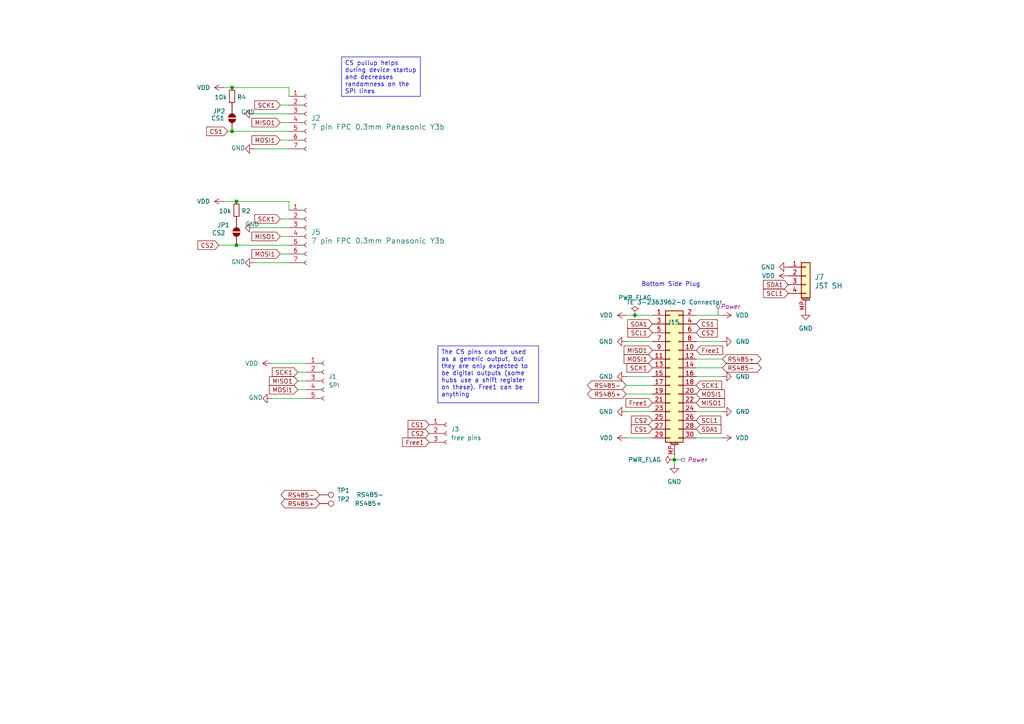
<source format=kicad_sch>
(kicad_sch (version 20231120) (generator "eeschema") (generator_version "8.0")
  (paper "A4")
  (lib_symbols
    (symbol "Connector:Conn_01x03_Socket" (pin_names (offset 1.016) hide)
      (property "Reference" "J" (at 0 5.08 0))
      (property "Value" "Conn_01x03_Socket" (at 0 -5.08 0))
      (symbol "Conn_01x03_Socket_1_1"
        (arc (start 0 -2.032) (mid -0.5058 -2.54) (end 0 -3.048) (stroke (width 0.1524)))
        (polyline (pts (xy -1.27 -2.54) (xy -0.508 -2.54)) (stroke (width 0.1524)))
        (polyline (pts (xy -1.27 0) (xy -0.508 0)) (stroke (width 0.1524)))
        (polyline (pts (xy -1.27 2.54) (xy -0.508 2.54)) (stroke (width 0.1524)))
        (arc (start 0 0.508) (mid -0.5058 0) (end 0 -0.508) (stroke (width 0.1524)))
        (arc (start 0 3.048) (mid -0.5058 2.54) (end 0 2.032) (stroke (width 0.1524)))
        (pin passive line (at -5.08 2.54 0) (length 3.81) (name "Pin_1") (number "1"))
        (pin passive line (at -5.08 0 0) (length 3.81) (name "Pin_2") (number "2"))
        (pin passive line (at -5.08 -2.54 0) (length 3.81) (name "Pin_3") (number "3"))
      )
    )
    (symbol "Connector:Conn_01x05_Socket" (pin_names (offset 1.016) hide)
      (property "Reference" "J" (at 0 7.62 0))
      (property "Value" "Conn_01x05_Socket" (at 0 -7.62 0))
      (symbol "Conn_01x05_Socket_1_1"
        (arc (start 0 -4.572) (mid -0.5058 -5.08) (end 0 -5.588) (stroke (width 0.1524)))
        (arc (start 0 -2.032) (mid -0.5058 -2.54) (end 0 -3.048) (stroke (width 0.1524)))
        (polyline (pts (xy -1.27 -5.08) (xy -0.508 -5.08)) (stroke (width 0.1524)))
        (polyline (pts (xy -1.27 -2.54) (xy -0.508 -2.54)) (stroke (width 0.1524)))
        (polyline (pts (xy -1.27 0) (xy -0.508 0)) (stroke (width 0.1524)))
        (polyline (pts (xy -1.27 2.54) (xy -0.508 2.54)) (stroke (width 0.1524)))
        (polyline (pts (xy -1.27 5.08) (xy -0.508 5.08)) (stroke (width 0.1524)))
        (arc (start 0 0.508) (mid -0.5058 0) (end 0 -0.508) (stroke (width 0.1524)))
        (arc (start 0 3.048) (mid -0.5058 2.54) (end 0 2.032) (stroke (width 0.1524)))
        (arc (start 0 5.588) (mid -0.5058 5.08) (end 0 4.572) (stroke (width 0.1524)))
        (pin passive line (at -5.08 5.08 0) (length 3.81) (name "Pin_1") (number "1"))
        (pin passive line (at -5.08 2.54 0) (length 3.81) (name "Pin_2") (number "2"))
        (pin passive line (at -5.08 0 0) (length 3.81) (name "Pin_3") (number "3"))
        (pin passive line (at -5.08 -2.54 0) (length 3.81) (name "Pin_4") (number "4"))
        (pin passive line (at -5.08 -5.08 0) (length 3.81) (name "Pin_5") (number "5"))
      )
    )
    (symbol "Connector:Conn_01x07_Socket" (pin_names (offset 1.016) hide)
      (property "Reference" "J" (at 0 10.16 0))
      (property "Value" "Conn_01x07_Socket" (at 0 -10.16 0))
      (symbol "Conn_01x07_Socket_1_1"
        (arc (start 0 -7.112) (mid -0.5058 -7.62) (end 0 -8.128) (stroke (width 0.1524)))
        (arc (start 0 -4.572) (mid -0.5058 -5.08) (end 0 -5.588) (stroke (width 0.1524)))
        (arc (start 0 -2.032) (mid -0.5058 -2.54) (end 0 -3.048) (stroke (width 0.1524)))
        (polyline (pts (xy -1.27 -7.62) (xy -0.508 -7.62)) (stroke (width 0.1524)))
        (polyline (pts (xy -1.27 -5.08) (xy -0.508 -5.08)) (stroke (width 0.1524)))
        (polyline (pts (xy -1.27 -2.54) (xy -0.508 -2.54)) (stroke (width 0.1524)))
        (polyline (pts (xy -1.27 0) (xy -0.508 0)) (stroke (width 0.1524)))
        (polyline (pts (xy -1.27 2.54) (xy -0.508 2.54)) (stroke (width 0.1524)))
        (polyline (pts (xy -1.27 5.08) (xy -0.508 5.08)) (stroke (width 0.1524)))
        (polyline (pts (xy -1.27 7.62) (xy -0.508 7.62)) (stroke (width 0.1524)))
        (arc (start 0 0.508) (mid -0.5058 0) (end 0 -0.508) (stroke (width 0.1524)))
        (arc (start 0 3.048) (mid -0.5058 2.54) (end 0 2.032) (stroke (width 0.1524)))
        (arc (start 0 5.588) (mid -0.5058 5.08) (end 0 4.572) (stroke (width 0.1524)))
        (arc (start 0 8.128) (mid -0.5058 7.62) (end 0 7.112) (stroke (width 0.1524)))
        (pin passive line (at -5.08 7.62 0) (length 3.81) (name "Pin_1") (number "1"))
        (pin passive line (at -5.08 5.08 0) (length 3.81) (name "Pin_2") (number "2"))
        (pin passive line (at -5.08 2.54 0) (length 3.81) (name "Pin_3") (number "3"))
        (pin passive line (at -5.08 0 0) (length 3.81) (name "Pin_4") (number "4"))
        (pin passive line (at -5.08 -2.54 0) (length 3.81) (name "Pin_5") (number "5"))
        (pin passive line (at -5.08 -5.08 0) (length 3.81) (name "Pin_6") (number "6"))
        (pin passive line (at -5.08 -7.62 0) (length 3.81) (name "Pin_7") (number "7"))
      )
    )
    (symbol "Connector:TestPoint" (pin_numbers hide) (pin_names (offset 0.762) hide)
      (property "Reference" "TP" (at 0 6.858 0))
      (property "Value" "TestPoint" (at 0 5.08 0))
      (symbol "TestPoint_0_1"
        (circle (center 0 3.302) (radius 0.762))
      )
      (symbol "TestPoint_1_1"
        (pin passive line (at 0 0 90) (length 2.54) (name "1") (number "1"))
      )
    )
    (symbol "Connector_Generic_MountingPin:Conn_01x04_MountingPin" (pin_names (offset 1.016) hide)
      (property "Reference" "J" (at 0 5.08 0))
      (property "Value" "Conn_01x04_MountingPin" (at 1.27 -7.62 0))
      (symbol "Conn_01x04_MountingPin_1_1"
        (rectangle (start -1.27 -4.953) (end 0 -5.207) (stroke (width 0.1524)))
        (rectangle (start -1.27 -2.413) (end 0 -2.667) (stroke (width 0.1524)))
        (rectangle (start -1.27 0.127) (end 0 -0.127) (stroke (width 0.1524)))
        (rectangle (start -1.27 2.667) (end 0 2.413) (stroke (width 0.1524)))
        (rectangle (start -1.27 3.81) (end 1.27 -6.35) (stroke (width 0.254)) (fill (type background)))
        (polyline (pts (xy -1.016 -7.112) (xy 1.016 -7.112)) (stroke (width 0.1524)))
        (text "Mounting" (at 0 -6.731 0) (effects (font (size 0.381 0.381))))
        (pin passive line (at -5.08 2.54 0) (length 3.81) (name "Pin_1") (number "1"))
        (pin passive line (at -5.08 0 0) (length 3.81) (name "Pin_2") (number "2"))
        (pin passive line (at -5.08 -2.54 0) (length 3.81) (name "Pin_3") (number "3"))
        (pin passive line (at -5.08 -5.08 0) (length 3.81) (name "Pin_4") (number "4"))
        (pin passive line (at 0 -10.16 90) (length 3.048) (name "MountPin") (number "MP"))
      )
    )
    (symbol "Connector_Generic_MountingPin:Conn_02x15_Odd_Even_MountingPin" (pin_names (offset 1.016) hide)
      (property "Reference" "J" (at 1.27 20.32 0))
      (property "Value" "Conn_02x15_Odd_Even_MountingPin" (at 2.54 -20.32 0))
      (symbol "Conn_02x15_Odd_Even_MountingPin_1_1"
        (rectangle (start -1.27 -17.653) (end 0 -17.907) (stroke (width 0.1524)))
        (rectangle (start -1.27 -15.113) (end 0 -15.367) (stroke (width 0.1524)))
        (rectangle (start -1.27 -12.573) (end 0 -12.827) (stroke (width 0.1524)))
        (rectangle (start -1.27 -10.033) (end 0 -10.287) (stroke (width 0.1524)))
        (rectangle (start -1.27 -7.493) (end 0 -7.747) (stroke (width 0.1524)))
        (rectangle (start -1.27 -4.953) (end 0 -5.207) (stroke (width 0.1524)))
        (rectangle (start -1.27 -2.413) (end 0 -2.667) (stroke (width 0.1524)))
        (rectangle (start -1.27 0.127) (end 0 -0.127) (stroke (width 0.1524)))
        (rectangle (start -1.27 2.667) (end 0 2.413) (stroke (width 0.1524)))
        (rectangle (start -1.27 5.207) (end 0 4.953) (stroke (width 0.1524)))
        (rectangle (start -1.27 7.747) (end 0 7.493) (stroke (width 0.1524)))
        (rectangle (start -1.27 10.287) (end 0 10.033) (stroke (width 0.1524)))
        (rectangle (start -1.27 12.827) (end 0 12.573) (stroke (width 0.1524)))
        (rectangle (start -1.27 15.367) (end 0 15.113) (stroke (width 0.1524)))
        (rectangle (start -1.27 17.907) (end 0 17.653) (stroke (width 0.1524)))
        (rectangle (start -1.27 19.05) (end 3.81 -19.05) (stroke (width 0.254)) (fill (type background)))
        (polyline (pts (xy 0.254 -19.812) (xy 2.286 -19.812)) (stroke (width 0.1524)))
        (rectangle (start 3.81 -17.653) (end 2.54 -17.907) (stroke (width 0.1524)))
        (rectangle (start 3.81 -15.113) (end 2.54 -15.367) (stroke (width 0.1524)))
        (rectangle (start 3.81 -12.573) (end 2.54 -12.827) (stroke (width 0.1524)))
        (rectangle (start 3.81 -10.033) (end 2.54 -10.287) (stroke (width 0.1524)))
        (rectangle (start 3.81 -7.493) (end 2.54 -7.747) (stroke (width 0.1524)))
        (rectangle (start 3.81 -4.953) (end 2.54 -5.207) (stroke (width 0.1524)))
        (rectangle (start 3.81 -2.413) (end 2.54 -2.667) (stroke (width 0.1524)))
        (rectangle (start 3.81 0.127) (end 2.54 -0.127) (stroke (width 0.1524)))
        (rectangle (start 3.81 2.667) (end 2.54 2.413) (stroke (width 0.1524)))
        (rectangle (start 3.81 5.207) (end 2.54 4.953) (stroke (width 0.1524)))
        (rectangle (start 3.81 7.747) (end 2.54 7.493) (stroke (width 0.1524)))
        (rectangle (start 3.81 10.287) (end 2.54 10.033) (stroke (width 0.1524)))
        (rectangle (start 3.81 12.827) (end 2.54 12.573) (stroke (width 0.1524)))
        (rectangle (start 3.81 15.367) (end 2.54 15.113) (stroke (width 0.1524)))
        (rectangle (start 3.81 17.907) (end 2.54 17.653) (stroke (width 0.1524)))
        (text "Mounting" (at 1.27 -19.431 0) (effects (font (size 0.381 0.381))))
        (pin passive line (at -5.08 17.78 0) (length 3.81) (name "Pin_1") (number "1"))
        (pin passive line (at 7.62 7.62 180) (length 3.81) (name "Pin_10") (number "10"))
        (pin passive line (at -5.08 5.08 0) (length 3.81) (name "Pin_11") (number "11"))
        (pin passive line (at 7.62 5.08 180) (length 3.81) (name "Pin_12") (number "12"))
        (pin passive line (at -5.08 2.54 0) (length 3.81) (name "Pin_13") (number "13"))
        (pin passive line (at 7.62 2.54 180) (length 3.81) (name "Pin_14") (number "14"))
        (pin passive line (at -5.08 0 0) (length 3.81) (name "Pin_15") (number "15"))
        (pin passive line (at 7.62 0 180) (length 3.81) (name "Pin_16") (number "16"))
        (pin passive line (at -5.08 -2.54 0) (length 3.81) (name "Pin_17") (number "17"))
        (pin passive line (at 7.62 -2.54 180) (length 3.81) (name "Pin_18") (number "18"))
        (pin passive line (at -5.08 -5.08 0) (length 3.81) (name "Pin_19") (number "19"))
        (pin passive line (at 7.62 17.78 180) (length 3.81) (name "Pin_2") (number "2"))
        (pin passive line (at 7.62 -5.08 180) (length 3.81) (name "Pin_20") (number "20"))
        (pin passive line (at -5.08 -7.62 0) (length 3.81) (name "Pin_21") (number "21"))
        (pin passive line (at 7.62 -7.62 180) (length 3.81) (name "Pin_22") (number "22"))
        (pin passive line (at -5.08 -10.16 0) (length 3.81) (name "Pin_23") (number "23"))
        (pin passive line (at 7.62 -10.16 180) (length 3.81) (name "Pin_24") (number "24"))
        (pin passive line (at -5.08 -12.7 0) (length 3.81) (name "Pin_25") (number "25"))
        (pin passive line (at 7.62 -12.7 180) (length 3.81) (name "Pin_26") (number "26"))
        (pin passive line (at -5.08 -15.24 0) (length 3.81) (name "Pin_27") (number "27"))
        (pin passive line (at 7.62 -15.24 180) (length 3.81) (name "Pin_28") (number "28"))
        (pin passive line (at -5.08 -17.78 0) (length 3.81) (name "Pin_29") (number "29"))
        (pin passive line (at -5.08 15.24 0) (length 3.81) (name "Pin_3") (number "3"))
        (pin passive line (at 7.62 -17.78 180) (length 3.81) (name "Pin_30") (number "30"))
        (pin passive line (at 7.62 15.24 180) (length 3.81) (name "Pin_4") (number "4"))
        (pin passive line (at -5.08 12.7 0) (length 3.81) (name "Pin_5") (number "5"))
        (pin passive line (at 7.62 12.7 180) (length 3.81) (name "Pin_6") (number "6"))
        (pin passive line (at -5.08 10.16 0) (length 3.81) (name "Pin_7") (number "7"))
        (pin passive line (at 7.62 10.16 180) (length 3.81) (name "Pin_8") (number "8"))
        (pin passive line (at -5.08 7.62 0) (length 3.81) (name "Pin_9") (number "9"))
        (pin passive line (at 1.27 -22.86 90) (length 3.048) (name "MountPin") (number "MP"))
      )
    )
    (symbol "Device:R_Small" (pin_numbers hide) (pin_names (offset 0.254) hide)
      (property "Reference" "R" (at 0.762 0.508 0))
      (property "Value" "R_Small" (at 0.762 -1.016 0))
      (symbol "R_Small_0_1"
        (rectangle (start -0.762 1.778) (end 0.762 -1.778) (stroke (width 0.2032)))
      )
      (symbol "R_Small_1_1"
        (pin passive line (at 0 2.54 270) (length 0.762) (name "~") (number "1"))
        (pin passive line (at 0 -2.54 90) (length 0.762) (name "~") (number "2"))
      )
    )
    (symbol "Jumper:SolderJumper_2_Open" (pin_numbers hide) (pin_names (offset 0) hide) (exclude_from_sim yes) (in_bom no)
      (property "Reference" "JP" (at 0 2.032 0))
      (property "Value" "SolderJumper_2_Open" (at 0 -2.54 0))
      (symbol "SolderJumper_2_Open_0_1"
        (arc (start -0.254 1.016) (mid -1.2656 0) (end -0.254 -1.016))
        (arc (start -0.254 1.016) (mid -1.2656 0) (end -0.254 -1.016) (fill (type outline)))
        (polyline (pts (xy -0.254 1.016) (xy -0.254 -1.016)))
        (polyline (pts (xy 0.254 1.016) (xy 0.254 -1.016)))
        (arc (start 0.254 -1.016) (mid 1.2656 0) (end 0.254 1.016))
        (arc (start 0.254 -1.016) (mid 1.2656 0) (end 0.254 1.016) (fill (type outline)))
      )
      (symbol "SolderJumper_2_Open_1_1"
        (pin passive line (at -3.81 0 0) (length 2.54) (name "A") (number "1"))
        (pin passive line (at 3.81 0 180) (length 2.54) (name "B") (number "2"))
      )
    )
    (symbol "power:GND" (power) (pin_numbers hide) (pin_names (offset 0) hide)
      (property "Value" "GND" (at 0 -3.81 0))
      (symbol "GND_0_1"
        (polyline (pts (xy 0 0) (xy 0 -1.27) (xy 1.27 -1.27) (xy 0 -2.54) (xy -1.27 -1.27) (xy 0 -1.27)))
      )
      (symbol "GND_1_1"
        (pin power_in line (at 0 0 270) (length 0) (name "~") (number "1"))
      )
    )
    (symbol "power:PWR_FLAG" (power) (pin_numbers hide) (pin_names (offset 0) hide)
      (property "Value" "PWR_FLAG" (at 0 3.81 0))
      (symbol "PWR_FLAG_0_0"
        (pin power_out line (at 0 0 90) (length 0) (name "~") (number "1"))
      )
      (symbol "PWR_FLAG_0_1"
        (polyline (pts (xy 0 0) (xy 0 1.27) (xy -1.016 1.905) (xy 0 2.54) (xy 1.016 1.905) (xy 0 1.27)))
      )
    )
    (symbol "power:VDD" (power) (pin_numbers hide) (pin_names (offset 0) hide)
      (property "Value" "VDD" (at 0 3.556 0))
      (symbol "VDD_0_1"
        (polyline (pts (xy -0.762 1.27) (xy 0 2.54)))
        (polyline (pts (xy 0 0) (xy 0 2.54)))
        (polyline (pts (xy 0 2.54) (xy 0.762 1.27)))
      )
      (symbol "VDD_1_1"
        (pin power_in line (at 0 0 90) (length 0) (name "~") (number "1"))
      )
    )
  )
  (junction (at 67.31 25.4))
  (junction (at 68.58 71.12))
  (junction (at 184.15 91.44))
  (junction (at 67.31 38.1))
  (junction (at 195.58 133.35))
  (junction (at 68.58 58.42))
  (wire (pts (xy 66.04 38.1) (xy 67.31 38.1)))
  (wire (pts (xy 181.61 119.38) (xy 189.23 119.38)))
  (wire (pts (xy 81.28 68.58) (xy 83.82 68.58)))
  (wire (pts (xy 209.55 127) (xy 201.93 127)))
  (wire (pts (xy 81.28 63.5) (xy 83.82 63.5)))
  (wire (pts (xy 184.15 91.44) (xy 189.23 91.44)))
  (wire (pts (xy 64.77 58.42) (xy 68.58 58.42)))
  (wire (pts (xy 195.58 134.62) (xy 195.58 133.35)))
  (wire (pts (xy 68.58 58.42) (xy 83.82 58.42)))
  (wire (pts (xy 181.61 127) (xy 189.23 127)))
  (wire (pts (xy 63.5 71.12) (xy 68.58 71.12)))
  (wire (pts (xy 68.58 71.12) (xy 83.82 71.12)))
  (wire (pts (xy 81.28 35.56) (xy 83.82 35.56)))
  (wire (pts (xy 78.74 115.57) (xy 88.9 115.57)))
  (wire (pts (xy 67.31 25.4) (xy 83.82 25.4)))
  (wire (pts (xy 209.55 106.68) (xy 201.93 106.68)))
  (wire (pts (xy 209.55 109.22) (xy 201.93 109.22)))
  (wire (pts (xy 83.82 58.42) (xy 83.82 60.96)))
  (wire (pts (xy 209.55 104.14) (xy 201.93 104.14)))
  (wire (pts (xy 181.61 91.44) (xy 184.15 91.44)))
  (wire (pts (xy 195.58 133.35) (xy 195.58 132.08)))
  (wire (pts (xy 67.31 38.1) (xy 83.82 38.1)))
  (wire (pts (xy 181.61 114.3) (xy 189.23 114.3)))
  (wire (pts (xy 81.28 73.66) (xy 83.82 73.66)))
  (wire (pts (xy 81.28 40.64) (xy 83.82 40.64)))
  (wire (pts (xy 64.77 25.4) (xy 67.31 25.4)))
  (wire (pts (xy 181.61 99.06) (xy 189.23 99.06)))
  (wire (pts (xy 81.28 30.48) (xy 83.82 30.48)))
  (wire (pts (xy 73.66 43.18) (xy 83.82 43.18)))
  (wire (pts (xy 78.74 105.41) (xy 88.9 105.41)))
  (wire (pts (xy 83.82 25.4) (xy 83.82 27.94)))
  (wire (pts (xy 73.66 76.2) (xy 83.82 76.2)))
  (wire (pts (xy 181.61 111.76) (xy 189.23 111.76)))
  (wire (pts (xy 209.55 119.38) (xy 201.93 119.38)))
  (wire (pts (xy 209.55 91.44) (xy 201.93 91.44)))
  (wire (pts (xy 86.36 110.49) (xy 88.9 110.49)))
  (wire (pts (xy 86.36 107.95) (xy 88.9 107.95)))
  (wire (pts (xy 73.66 33.02) (xy 83.82 33.02)))
  (wire (pts (xy 181.61 109.22) (xy 189.23 109.22)))
  (wire (pts (xy 86.36 113.03) (xy 88.9 113.03)))
  (wire (pts (xy 209.55 99.06) (xy 201.93 99.06)))
  (wire (pts (xy 73.66 66.04) (xy 83.82 66.04)))
  (text_box "CS pullup helps during device startup and decreases randomness on the SPI lines" (at 99.06 16.51 0) (size 22.86 11.43) (effects (font (size 1.27 1.27)) (justify left top)))
  (text_box "The CS pins can be used as a generic output, but they are only expected to be digital outputs (some hubs use a shift register on these). Free1 can be anything" (at 127 100.33 0) (size 29.21 16.51) (effects (font (size 1.27 1.27)) (justify left top)))
  (text "Bottom Side Plug" (at 194.564 82.55 0) (effects (font (size 1.27 1.27))))
  (global_label "SCL1" (shape input) (at 201.93 121.92 0) (property "Intersheetrefs" "${INTERSHEET_REFS}" (effects (hide yes))))
  (global_label "CS1" (shape input) (at 66.04 38.1 180) (property "Intersheetrefs" "${INTERSHEET_REFS}" (effects (hide yes))))
  (global_label "CS2" (shape input) (at 63.5 71.12 180) (property "Intersheetrefs" "${INTERSHEET_REFS}" (effects (hide yes))))
  (global_label "MISO1" (shape input) (at 86.36 110.49 180) (property "Intersheetrefs" "${INTERSHEET_REFS}" (effects (hide yes))))
  (global_label "RS485+" (shape bidirectional) (at 181.61 114.3 180) (property "Intersheetrefs" "${INTERSHEET_REFS}" (effects (hide yes))))
  (global_label "SCL1" (shape input) (at 189.23 96.52 180) (property "Intersheetrefs" "${INTERSHEET_REFS}" (effects (hide yes))))
  (global_label "MOSI1" (shape input) (at 86.36 113.03 180) (property "Intersheetrefs" "${INTERSHEET_REFS}" (effects (hide yes))))
  (global_label "SCK1" (shape input) (at 201.93 111.76 0) (property "Intersheetrefs" "${INTERSHEET_REFS}" (effects (hide yes))))
  (global_label "CS1" (shape input) (at 201.93 93.98 0) (property "Intersheetrefs" "${INTERSHEET_REFS}" (effects (hide yes))))
  (global_label "CS2" (shape input) (at 201.93 96.52 0) (property "Intersheetrefs" "${INTERSHEET_REFS}" (effects (hide yes))))
  (global_label "MISO1" (shape input) (at 81.28 68.58 180) (property "Intersheetrefs" "${INTERSHEET_REFS}" (effects (hide yes))))
  (global_label "SDA1" (shape input) (at 228.6 82.55 180) (property "Intersheetrefs" "${INTERSHEET_REFS}" (effects (hide yes))))
  (global_label "SCL1" (shape input) (at 228.6 85.09 180) (property "Intersheetrefs" "${INTERSHEET_REFS}" (effects (hide yes))))
  (global_label "SCK1" (shape input) (at 81.28 30.48 180) (property "Intersheetrefs" "${INTERSHEET_REFS}" (effects (hide yes))))
  (global_label "CS1" (shape input) (at 189.23 124.46 180) (property "Intersheetrefs" "${INTERSHEET_REFS}" (effects (hide yes))))
  (global_label "CS2" (shape input) (at 124.46 125.73 180) (property "Intersheetrefs" "${INTERSHEET_REFS}" (effects (hide yes))))
  (global_label "MOSI1" (shape input) (at 189.23 104.14 180) (property "Intersheetrefs" "${INTERSHEET_REFS}" (effects (hide yes))))
  (global_label "RS485-" (shape bidirectional) (at 181.61 111.76 180) (property "Intersheetrefs" "${INTERSHEET_REFS}" (effects (hide yes))))
  (global_label "MOSI1" (shape input) (at 81.28 73.66 180) (property "Intersheetrefs" "${INTERSHEET_REFS}" (effects (hide yes))))
  (global_label "MISO1" (shape input) (at 81.28 35.56 180) (property "Intersheetrefs" "${INTERSHEET_REFS}" (effects (hide yes))))
  (global_label "SCK1" (shape input) (at 86.36 107.95 180) (property "Intersheetrefs" "${INTERSHEET_REFS}" (effects (hide yes))))
  (global_label "SCK1" (shape input) (at 189.23 106.68 180) (property "Intersheetrefs" "${INTERSHEET_REFS}" (effects (hide yes))))
  (global_label "Free1" (shape input) (at 124.46 128.27 180) (property "Intersheetrefs" "${INTERSHEET_REFS}" (effects (hide yes))))
  (global_label "SCK1" (shape input) (at 81.28 63.5 180) (property "Intersheetrefs" "${INTERSHEET_REFS}" (effects (hide yes))))
  (global_label "MOSI1" (shape input) (at 201.93 114.3 0) (property "Intersheetrefs" "${INTERSHEET_REFS}" (effects (hide yes))))
  (global_label "CS1" (shape input) (at 124.46 123.19 180) (property "Intersheetrefs" "${INTERSHEET_REFS}" (effects (hide yes))))
  (global_label "Free1" (shape input) (at 189.23 116.84 180) (property "Intersheetrefs" "${INTERSHEET_REFS}" (effects (hide yes))))
  (global_label "SDA1" (shape input) (at 201.93 124.46 0) (property "Intersheetrefs" "${INTERSHEET_REFS}" (effects (hide yes))))
  (global_label "CS2" (shape input) (at 189.23 121.92 180) (property "Intersheetrefs" "${INTERSHEET_REFS}" (effects (hide yes))))
  (global_label "MISO1" (shape input) (at 189.23 101.6 180) (property "Intersheetrefs" "${INTERSHEET_REFS}" (effects (hide yes))))
  (global_label "MISO1" (shape input) (at 201.93 116.84 0) (property "Intersheetrefs" "${INTERSHEET_REFS}" (effects (hide yes))))
  (global_label "SDA1" (shape input) (at 189.23 93.98 180) (property "Intersheetrefs" "${INTERSHEET_REFS}" (effects (hide yes))))
  (global_label "Free1" (shape input) (at 201.93 101.6 0) (property "Intersheetrefs" "${INTERSHEET_REFS}" (effects (hide yes))))
  (global_label "RS485+" (shape bidirectional) (at 209.55 104.14 0) (property "Intersheetrefs" "${INTERSHEET_REFS}" (effects (hide yes))))
  (global_label "MOSI1" (shape input) (at 81.28 40.64 180) (property "Intersheetrefs" "${INTERSHEET_REFS}" (effects (hide yes))))
  (global_label "RS485-" (shape bidirectional) (at 92.71 143.51 180) (property "Intersheetrefs" "${INTERSHEET_REFS}" (effects (hide yes))))
  (global_label "RS485-" (shape bidirectional) (at 209.55 106.68 0) (property "Intersheetrefs" "${INTERSHEET_REFS}" (effects (hide yes))))
  (global_label "RS485+" (shape bidirectional) (at 92.71 146.05 180) (property "Intersheetrefs" "${INTERSHEET_REFS}" (effects (hide yes))))
  (netclass_flag "" (length 2.54) (shape round) (at 208.28 91.44 0) (property "Netclass" "Power" (at 208.9785 88.9 0) (effects (font (italic yes)) (justify left))))
  (netclass_flag "" (length 2.54) (shape round) (at 195.58 133.35 270) (property "Netclass" "Power" (at 199.39 133.35 0) (effects (font (italic yes)) (justify left))))
  (symbol (lib_id "Device:R_Small") (at 68.58 60.96 0) (unit 1)
    (property "Reference" "R2" (at 71.374 61.214 0))
    (property "Value" "10k" (at 65.278 61.214 0))
    (property "Footprint" "Resistor_SMD:R_0603_1608Metric" (effects (hide yes)))
    (property "Description" "Resistor, small symbol" (effects (hide yes)))
  )
  (symbol (lib_id "Jumper:SolderJumper_2_Open") (at 68.58 67.31 90) (unit 1) (exclude_from_sim yes) (in_bom no)
    (property "Reference" "JP1" (at 62.992 65.278 90) (effects (justify right)))
    (property "Value" "CS2" (at 61.468 67.564 90) (effects (justify right)))
    (property "Footprint" "Jumper:SolderJumper-2_P1.3mm_Open_RoundedPad1.0x1.5mm" (effects (hide yes)))
    (property "Description" "Solder Jumper, 2-pole, open" (effects (hide yes)))
  )
  (symbol (lib_id "power:GND") (at 228.6 77.47 270) (mirror x) (unit 1)
    (property "Reference" "#PWR06" (effects (hide yes)))
    (property "Value" "GND" (at 224.79 77.4701 90) (effects (justify right)))
    (property "Description" "Power symbol creates a global label with name \"GND\" , ground" (effects (hide yes)))
  )
  (symbol (lib_id "Connector:TestPoint") (at 92.71 143.51 270) (unit 1)
    (property "Reference" "TP1" (at 97.79 142.2399 90) (effects (justify left)))
    (property "Value" "RS485-" (at 103.378 143.51 90) (effects (justify left)))
    (property "Footprint" "TestPoint:TestPoint_Pad_D1.0mm" (effects (hide yes)))
    (property "Description" "test point" (effects (hide yes)))
  )
  (symbol (lib_id "power:GND") (at 209.55 99.06 90) (mirror x) (unit 1)
    (property "Reference" "#PWR039" (effects (hide yes)))
    (property "Value" "GND" (at 213.36 99.0599 90) (effects (justify right)))
    (property "Description" "Power symbol creates a global label with name \"GND\" , ground" (effects (hide yes)))
  )
  (symbol (lib_id "power:GND") (at 181.61 119.38 270) (mirror x) (unit 1)
    (property "Reference" "#PWR047" (effects (hide yes)))
    (property "Value" "GND" (at 177.8 119.3801 90) (effects (justify right)))
    (property "Description" "Power symbol creates a global label with name \"GND\" , ground" (effects (hide yes)))
  )
  (symbol (lib_id "Connector_Generic_MountingPin:Conn_01x04_MountingPin") (at 233.68 80.01 0) (unit 1)
    (property "Reference" "J7" (at 236.22 80.3655 0) (effects (font (size 1.524 1.524)) (justify left)))
    (property "Value" "JST SH" (at 236.22 82.9055 0) (effects (font (size 1.524 1.524)) (justify left)))
    (property "Footprint" "Connector_JST:JST_SH_SM04B-SRSS-TB_1x04-1MP_P1.00mm_Horizontal" (effects (hide yes)))
    (property "Description" "Generic connectable mounting pin connector, single row, 01x04, script generated (kicad-library-utils/schlib/autogen/connector/)" (effects (hide yes)))
  )
  (symbol (lib_id "power:GND") (at 78.74 115.57 270) (unit 1)
    (property "Reference" "#PWR012" (effects (hide yes)))
    (property "Value" "GND" (at 74.168 115.316 90))
    (property "Description" "Power symbol creates a global label with name \"GND\" , ground" (effects (hide yes)))
  )
  (symbol (lib_id "power:GND") (at 73.66 33.02 270) (unit 1)
    (property "Reference" "#PWR02" (effects (hide yes)))
    (property "Value" "GND" (at 71.882 32.512 90))
    (property "Description" "Power symbol creates a global label with name \"GND\" , ground" (effects (hide yes)))
  )
  (symbol (lib_id "power:GND") (at 209.55 109.22 90) (mirror x) (unit 1)
    (property "Reference" "#PWR044" (effects (hide yes)))
    (property "Value" "GND" (at 213.36 109.2199 90) (effects (justify right)))
    (property "Description" "Power symbol creates a global label with name \"GND\" , ground" (effects (hide yes)))
  )
  (symbol (lib_id "Connector:Conn_01x03_Socket") (at 129.54 125.73 0) (unit 1)
    (property "Reference" "J3" (at 130.81 124.4599 0) (effects (justify left)))
    (property "Value" "free pins" (at 130.81 126.9999 0) (effects (justify left)))
    (property "Footprint" "Connector_PinHeader_1.27mm:PinHeader_1x03_P1.27mm_Vertical" (effects (hide yes)))
    (property "Description" "Generic connector, single row, 01x03, script generated" (effects (hide yes)))
  )
  (symbol (lib_id "power:VDD") (at 78.74 105.41 90) (unit 1)
    (property "Reference" "#PWR09" (effects (hide yes)))
    (property "Value" "VDD" (at 74.93 105.4099 90) (effects (justify left)))
    (property "Description" "Power symbol creates a global label with name \"VDD\"" (effects (hide yes)))
  )
  (symbol (lib_id "power:GND") (at 73.66 43.18 270) (unit 1)
    (property "Reference" "#PWR03" (effects (hide yes)))
    (property "Value" "GND" (at 69.088 42.926 90))
    (property "Description" "Power symbol creates a global label with name \"GND\" , ground" (effects (hide yes)))
  )
  (symbol (lib_id "power:PWR_FLAG") (at 195.58 133.35 90) (unit 1)
    (property "Reference" "#FLG01" (effects (hide yes)))
    (property "Value" "PWR_FLAG" (at 191.77 133.3499 90) (effects (justify left)))
    (property "Description" "Special symbol for telling ERC where power comes from" (effects (hide yes)))
  )
  (symbol (lib_id "power:VDD") (at 209.55 91.44 270) (mirror x) (unit 1)
    (property "Reference" "#PWR034" (effects (hide yes)))
    (property "Value" "VDD" (at 213.36 91.4399 90) (effects (justify left)))
    (property "Description" "Power symbol creates a global label with name \"VDD\"" (effects (hide yes)))
  )
  (symbol (lib_id "power:GND") (at 195.58 134.62 0) (unit 1)
    (property "Reference" "#PWR055" (effects (hide yes)))
    (property "Value" "GND" (at 195.58 139.7 0))
    (property "Description" "Power symbol creates a global label with name \"GND\" , ground" (effects (hide yes)))
  )
  (symbol (lib_id "Connector_Generic_MountingPin:Conn_02x15_Odd_Even_MountingPin") (at 194.31 109.22 0) (unit 1)
    (property "Reference" "J15" (at 195.326 93.472 0))
    (property "Value" "TE 3-2363962-0 Connector" (at 195.58 87.63 0))
    (property "Footprint" "custom_testpoints:TE_mezzanine_conn_3-2363962-0" (effects (hide yes)))
    (property "Description" "Generic connectable mounting pin connector, double row, 02x15, odd/even pin numbering scheme (row 1 odd numbers, row 2 even numbers), script generated (kicad-library-utils/schlib/autogen/connector/)" (effects (hide yes)))
  )
  (symbol (lib_id "power:GND") (at 181.61 109.22 270) (mirror x) (unit 1)
    (property "Reference" "#PWR043" (effects (hide yes)))
    (property "Value" "GND" (at 177.8 109.2201 90) (effects (justify right)))
    (property "Description" "Power symbol creates a global label with name \"GND\" , ground" (effects (hide yes)))
  )
  (symbol (lib_id "power:PWR_FLAG") (at 184.15 91.44 0) (unit 1)
    (property "Reference" "#FLG02" (effects (hide yes)))
    (property "Value" "PWR_FLAG" (at 184.15 86.36 0))
    (property "Description" "Special symbol for telling ERC where power comes from" (effects (hide yes)))
  )
  (symbol (lib_id "power:GND") (at 73.66 76.2 270) (unit 1)
    (property "Reference" "#PWR010" (effects (hide yes)))
    (property "Value" "GND" (at 69.088 75.946 90))
    (property "Description" "Power symbol creates a global label with name \"GND\" , ground" (effects (hide yes)))
  )
  (symbol (lib_id "power:VDD") (at 228.6 80.01 90) (mirror x) (unit 1)
    (property "Reference" "#PWR07" (effects (hide yes)))
    (property "Value" "VDD" (at 224.79 80.0101 90) (effects (justify left)))
    (property "Description" "Power symbol creates a global label with name \"VDD\"" (effects (hide yes)))
  )
  (symbol (lib_id "Connector:Conn_01x07_Socket") (at 88.9 68.58 0) (unit 1)
    (property "Reference" "J5" (at 90.17 67.3099 0) (effects (font (size 1.524 1.524)) (justify left)))
    (property "Value" "7 pin FPC 0.3mm Panasonic Y3b" (at 90.17 69.8499 0) (effects (font (size 1.524 1.524)) (justify left)))
    (property "Footprint" "custom_Interface_HID:fpc_7pin_0.3mm_connector Panasonic" (effects (hide yes)))
    (property "Description" "Generic connector, single row, 01x07, script generated" (effects (hide yes)))
  )
  (symbol (lib_id "power:VDD") (at 181.61 91.44 90) (mirror x) (unit 1)
    (property "Reference" "#PWR033" (effects (hide yes)))
    (property "Value" "VDD" (at 177.8 91.4401 90) (effects (justify left)))
    (property "Description" "Power symbol creates a global label with name \"VDD\"" (effects (hide yes)))
  )
  (symbol (lib_id "Connector:Conn_01x07_Socket") (at 88.9 35.56 0) (unit 1)
    (property "Reference" "J2" (at 90.17 34.2899 0) (effects (font (size 1.524 1.524)) (justify left)))
    (property "Value" "7 pin FPC 0.3mm Panasonic Y3b" (at 90.17 36.8299 0) (effects (font (size 1.524 1.524)) (justify left)))
    (property "Footprint" "custom_Interface_HID:fpc_7pin_0.3mm_connector Panasonic" (effects (hide yes)))
    (property "Description" "Generic connector, single row, 01x07, script generated" (effects (hide yes)))
  )
  (symbol (lib_id "Connector:Conn_01x05_Socket") (at 93.98 110.49 0) (unit 1)
    (property "Reference" "J1" (at 95.25 109.2199 0) (effects (justify left)))
    (property "Value" "SPI" (at 95.25 111.7599 0) (effects (justify left)))
    (property "Footprint" "Connector_PinHeader_1.27mm:PinHeader_1x05_P1.27mm_Vertical" (effects (hide yes)))
    (property "Description" "Generic connector, single row, 01x05, script generated" (effects (hide yes)))
  )
  (symbol (lib_id "power:GND") (at 181.61 99.06 270) (mirror x) (unit 1)
    (property "Reference" "#PWR038" (effects (hide yes)))
    (property "Value" "GND" (at 177.8 99.0601 90) (effects (justify right)))
    (property "Description" "Power symbol creates a global label with name \"GND\" , ground" (effects (hide yes)))
  )
  (symbol (lib_id "Connector:TestPoint") (at 92.71 146.05 270) (unit 1)
    (property "Reference" "TP2" (at 97.79 144.7799 90) (effects (justify left)))
    (property "Value" "RS485+" (at 102.87 146.05 90) (effects (justify left)))
    (property "Footprint" "TestPoint:TestPoint_Pad_D1.0mm" (effects (hide yes)))
    (property "Description" "test point" (effects (hide yes)))
  )
  (symbol (lib_id "power:VDD") (at 64.77 58.42 90) (unit 1)
    (property "Reference" "#PWR04" (effects (hide yes)))
    (property "Value" "VDD" (at 60.96 58.4199 90) (effects (justify left)))
    (property "Description" "Power symbol creates a global label with name \"VDD\"" (effects (hide yes)))
  )
  (symbol (lib_id "power:VDD") (at 181.61 127 90) (mirror x) (unit 1)
    (property "Reference" "#PWR051" (effects (hide yes)))
    (property "Value" "VDD" (at 177.8 127.0001 90) (effects (justify left)))
    (property "Description" "Power symbol creates a global label with name \"VDD\"" (effects (hide yes)))
  )
  (symbol (lib_id "power:VDD") (at 64.77 25.4 90) (unit 1)
    (property "Reference" "#PWR01" (effects (hide yes)))
    (property "Value" "VDD" (at 60.96 25.3999 90) (effects (justify left)))
    (property "Description" "Power symbol creates a global label with name \"VDD\"" (effects (hide yes)))
  )
  (symbol (lib_id "power:GND") (at 209.55 119.38 90) (mirror x) (unit 1)
    (property "Reference" "#PWR048" (effects (hide yes)))
    (property "Value" "GND" (at 213.36 119.3799 90) (effects (justify right)))
    (property "Description" "Power symbol creates a global label with name \"GND\" , ground" (effects (hide yes)))
  )
  (symbol (lib_id "Jumper:SolderJumper_2_Open") (at 67.31 34.29 90) (unit 1) (exclude_from_sim yes) (in_bom no)
    (property "Reference" "JP2" (at 61.722 32.258 90) (effects (justify right)))
    (property "Value" "CS1" (at 61.214 34.29 90) (effects (justify right)))
    (property "Footprint" "Jumper:SolderJumper-2_P1.3mm_Open_RoundedPad1.0x1.5mm" (effects (hide yes)))
    (property "Description" "Solder Jumper, 2-pole, open" (effects (hide yes)))
  )
  (symbol (lib_id "power:GND") (at 73.66 66.04 270) (unit 1)
    (property "Reference" "#PWR05" (effects (hide yes)))
    (property "Value" "GND" (at 73.152 65.024 90))
    (property "Description" "Power symbol creates a global label with name \"GND\" , ground" (effects (hide yes)))
  )
  (symbol (lib_id "power:VDD") (at 209.55 127 270) (mirror x) (unit 1)
    (property "Reference" "#PWR052" (effects (hide yes)))
    (property "Value" "VDD" (at 213.36 126.9999 90) (effects (justify left)))
    (property "Description" "Power symbol creates a global label with name \"VDD\"" (effects (hide yes)))
  )
  (symbol (lib_id "Device:R_Small") (at 67.31 27.94 0) (unit 1)
    (property "Reference" "R4" (at 70.104 28.194 0))
    (property "Value" "10k" (at 64.008 28.194 0))
    (property "Footprint" "Resistor_SMD:R_0603_1608Metric" (effects (hide yes)))
    (property "Description" "Resistor, small symbol" (effects (hide yes)))
  )
  (symbol (lib_id "power:GND") (at 233.68 90.17 0) (mirror y) (unit 1)
    (property "Reference" "#PWR08" (effects (hide yes)))
    (property "Value" "GND" (at 233.68 95.25 0))
    (property "Description" "Power symbol creates a global label with name \"GND\" , ground" (effects (hide yes)))
  )
)
</source>
